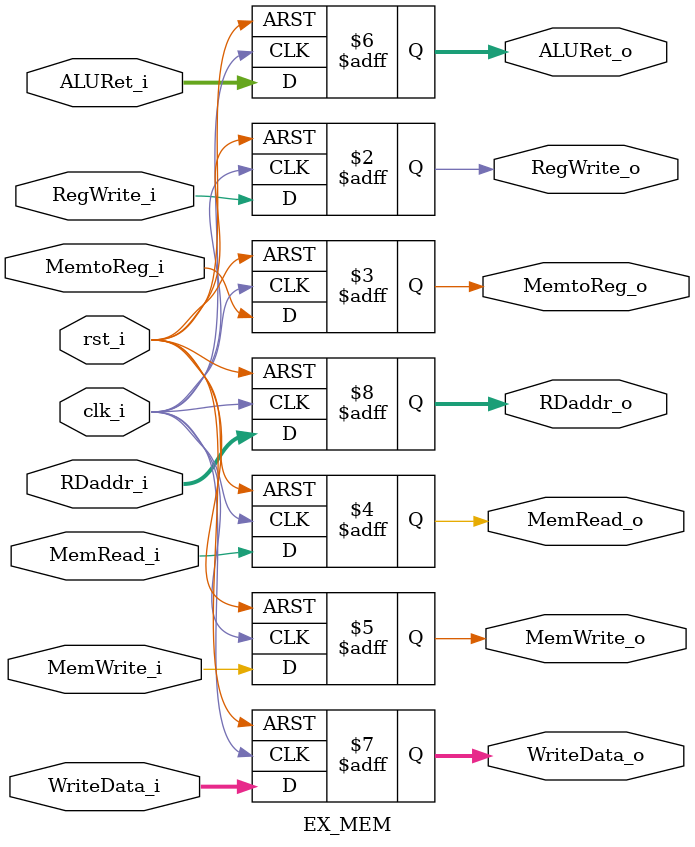
<source format=v>
module EX_MEM
(
    clk_i,
    rst_i,
    RegWrite_i,
    MemtoReg_i,
    MemRead_i,
    MemWrite_i,
    ALURet_i,
    WriteData_i,
    RDaddr_i,

    RegWrite_o,
    MemtoReg_o,
    MemRead_o,
    MemWrite_o,
    ALURet_o,
    WriteData_o,
    RDaddr_o,
);

input            clk_i;
input            rst_i;
input            RegWrite_i;
input            MemtoReg_i;
input            MemRead_i;
input            MemWrite_i;
input   [31:0]   ALURet_i;
input   [31:0]   WriteData_i;
input   [4:0]    RDaddr_i;

output           RegWrite_o;
output           MemtoReg_o;
output           MemRead_o;
output           MemWrite_o;
output  [31:0]   ALURet_o;
output  [31:0]   WriteData_o;
output  [4:0]    RDaddr_o;

reg              RegWrite_o;
reg              MemtoReg_o;
reg              MemRead_o;
reg              MemWrite_o;
reg     [31:0]   ALURet_o;
reg     [31:0]   WriteData_o;
reg     [4:0]    RDaddr_o;

always@(posedge clk_i or posedge rst_i) begin
    if(rst_i) begin
        RegWrite_o <= 1'b0;
        MemtoReg_o <= 1'b0;
        MemRead_o <= 1'b0;
        MemWrite_o <= 1'b0;
        ALURet_o <= 32'b0;
        WriteData_o <= 32'b0;
        RDaddr_o <= 5'b0;
    end  
    else begin
        RegWrite_o <= RegWrite_i;
        MemtoReg_o <= MemtoReg_i;
        MemRead_o <= MemRead_i;
        MemWrite_o <= MemWrite_i;
        ALURet_o <= ALURet_i;
        WriteData_o <= WriteData_i;
        RDaddr_o <= RDaddr_i;
    end
end

endmodule
</source>
